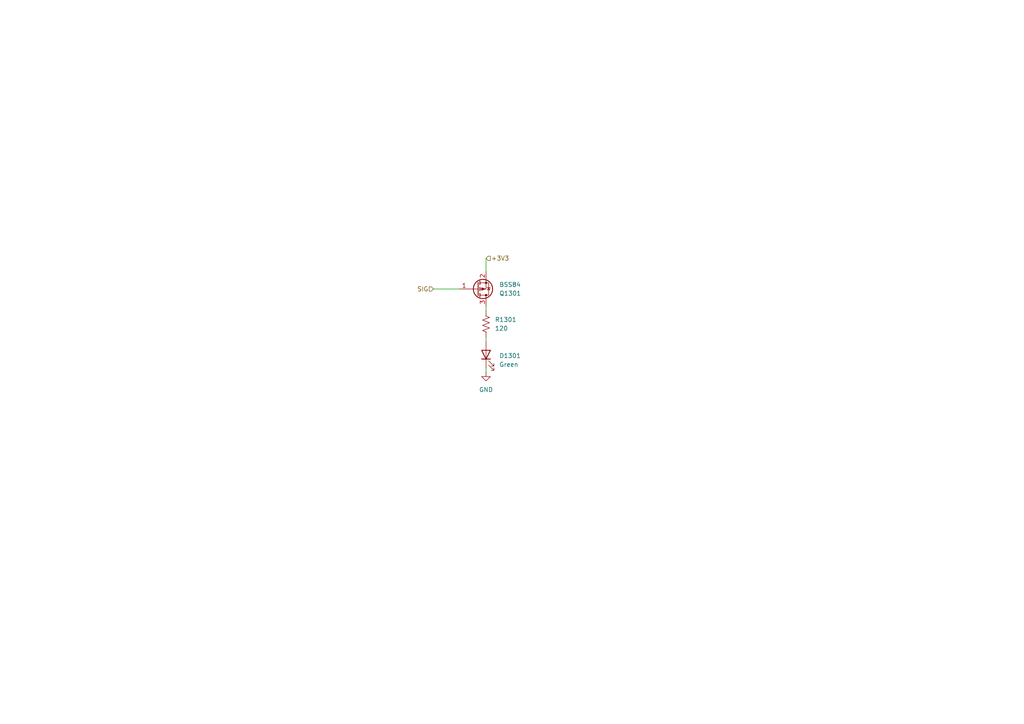
<source format=kicad_sch>
(kicad_sch (version 20250114) (generator "eeschema") (generator_version "9.0")
  (paper "A4")
  (lib_symbols
    (symbol "Transistor_FET:BSS84" (pin_names (hide yes))
      (property "Reference" "Q" (at 5.08 1.905 0))
      (property "Value" "BSS84" (at 5.08 0 0))
      (symbol "BSS84_0_1"
        (polyline (pts (xy 0.254 1.905) (xy 0.254 -1.905)) (stroke (width 0.254)))
        (polyline (pts (xy 0.254 0) (xy -2.54 0)))
        (polyline (pts (xy 0.762 2.286) (xy 0.762 1.27)) (stroke (width 0.254)))
        (polyline (pts (xy 0.762 1.778) (xy 3.302 1.778) (xy 3.302 -1.778) (xy 0.762 -1.778)))
        (polyline (pts (xy 0.762 0.508) (xy 0.762 -0.508)) (stroke (width 0.254)))
        (polyline (pts (xy 0.762 -1.27) (xy 0.762 -2.286)) (stroke (width 0.254)))
        (circle (center 1.651 0) (radius 2.794) (stroke (width 0.254)))
        (polyline (pts (xy 2.286 0) (xy 1.27 0.381) (xy 1.27 -0.381) (xy 2.286 0)) (fill (type outline)))
        (polyline (pts (xy 2.54 2.54) (xy 2.54 1.778)))
        (circle (center 2.54 1.778) (radius 0.254) (fill (type outline)))
        (circle (center 2.54 -1.778) (radius 0.254) (fill (type outline)))
        (polyline (pts (xy 2.54 -2.54) (xy 2.54 0) (xy 0.762 0)))
        (polyline (pts (xy 2.794 -0.508) (xy 2.921 -0.381) (xy 3.683 -0.381) (xy 3.81 -0.254)))
        (polyline (pts (xy 3.302 -0.381) (xy 2.921 0.254) (xy 3.683 0.254) (xy 3.302 -0.381)))
      )
      (symbol "BSS84_1_1"
        (pin input line (at -5.08 0 0) (length 2.54) (name "G") (number "1"))
        (pin passive line (at 2.54 5.08 270) (length 2.54) (name "D") (number "3"))
        (pin passive line (at 2.54 -5.08 90) (length 2.54) (name "S") (number "2"))
      )
    )
    (symbol "bfr_diodes:KT-0805G" (pin_numbers (hide yes)) (pin_names (offset 1.016) (hide yes)) (exclude_from_sim yes)
      (property "Reference" "D" (at 0 2.54 0))
      (property "Value" "Green" (at 0 -2.54 0))
      (symbol "KT-0805G_0_1"
        (polyline (pts (xy -3.048 -0.762) (xy -4.572 -2.286) (xy -3.81 -2.286) (xy -4.572 -2.286) (xy -4.572 -1.524)))
        (polyline (pts (xy -1.778 -0.762) (xy -3.302 -2.286) (xy -2.54 -2.286) (xy -3.302 -2.286) (xy -3.302 -1.524)))
        (polyline (pts (xy -1.27 0) (xy 1.27 0)))
        (polyline (pts (xy -1.27 -1.27) (xy -1.27 1.27)) (stroke (width 0.254)))
        (polyline (pts (xy 1.27 -1.27) (xy 1.27 1.27) (xy -1.27 0) (xy 1.27 -1.27)) (stroke (width 0.254)))
      )
      (symbol "KT-0805G_1_1"
        (pin passive line (at -3.81 0 0) (length 2.54) (name "K") (number "1"))
        (pin passive line (at 3.81 0 180) (length 2.54) (name "A") (number "2"))
      )
    )
    (symbol "bfr_resistors:RMCF0603FT120R" (pin_numbers (hide yes))
      (property "Reference" "R" (at 0 2.54 0))
      (property "Value" "120" (at 1.27 2.54 0))
      (symbol "RMCF0603FT120R_0_1"
        (polyline (pts (xy -2.286 0) (xy -2.54 0)))
        (polyline (pts (xy -2.286 0) (xy -1.905 1.016) (xy -1.524 0) (xy -1.143 -1.016) (xy -0.762 0)))
        (polyline (pts (xy -0.762 0) (xy -0.381 1.016) (xy 0 0) (xy 0.381 -1.016) (xy 0.762 0)))
        (polyline (pts (xy 0.762 0) (xy 1.143 1.016) (xy 1.524 0) (xy 1.905 -1.016) (xy 2.286 0)))
        (polyline (pts (xy 2.286 0) (xy 2.54 0)))
      )
      (symbol "RMCF0603FT120R_1_1"
        (pin passive line (at -3.81 0 0) (length 1.27) (name "~") (number "1"))
        (pin passive line (at 3.81 0 180) (length 1.27) (name "~") (number "2"))
      )
    )
    (symbol "power:GND" (power) (pin_numbers (hide yes)) (pin_names (offset 0) (hide yes))
      (property "Value" "GND" (at 0 -3.81 0))
      (symbol "GND_0_1"
        (polyline (pts (xy 0 0) (xy 0 -1.27) (xy 1.27 -1.27) (xy 0 -2.54) (xy -1.27 -1.27) (xy 0 -1.27)))
      )
      (symbol "GND_1_1"
        (pin power_in line (at 0 0 270) (length 0) (name "~") (number "1"))
      )
    )
  )
  (wire (pts (xy 125.73 83.82) (xy 133.35 83.82)))
  (wire (pts (xy 140.97 74.93) (xy 140.97 78.74)))
  (wire (pts (xy 140.97 90.17) (xy 140.97 88.9)))
  (wire (pts (xy 140.97 97.79) (xy 140.97 99.06)))
  (wire (pts (xy 140.97 106.68) (xy 140.97 107.95)))
  (hierarchical_label "SIG" (shape input) (at 125.73 83.82 180))
  (hierarchical_label "+3V3" (shape input) (at 140.97 74.93 0))
  (symbol (lib_id "bfr_resistors:RMCF0603FT120R") (at 140.97 93.98 90) (unit 1)
    (property "Reference" "R1301" (at 143.51 92.7099 90) (effects (justify right)))
    (property "Value" "120" (at 143.51 95.2499 90) (effects (justify right)))
    (property "Footprint" "Resistor_SMD:R_0603_1608Metric_Pad0.98x0.95mm_HandSolder" (effects (hide yes)))
    (property "Datasheet" "https://www.seielect.com/catalog/sei-rmcf_rmcp.pdf" (effects (hide yes)))
    (property "Description" "120Ω 0603 JLCPCB Basic Resistor" (effects (hide yes)))
    (property "Sim.Device" "SUBCKT" (effects (hide yes)))
    (property "Sim.Pins" "1=P1 2=P2" (effects (hide yes)))
    (property "Sim.Library" "${BFRUH_DIR}/Electronics/spice_models/bfr_resistors/RMCF0603FT120R.lib" (effects (hide yes)))
    (property "Sim.Name" "RMCF0603FT120R" (effects (hide yes)))
    (property "Pretty Name" "120Ω 0603 Resistor" (effects (hide yes)))
    (property "Order From" "LCSC" (effects (hide yes)))
    (property "Digikey P/N" "RMCF0603FT120RCT-ND" (effects (hide yes)))
    (property "Mouser P/N" "708-RMCF0603FT120R" (effects (hide yes)))
    (property "JLCPCB Basic Part" "Yes" (effects (hide yes)))
    (property "Created by" "resistor_generator.py script using e24_resistor_bible_spec.txt" (effects (hide yes)))
    (property "LCSC Part #" "C22787" (effects (hide yes)))
  )
  (symbol (lib_id "bfr_diodes:KT-0805G") (at 140.97 102.87 90) (unit 1) (exclude_from_sim yes)
    (property "Reference" "D1301" (at 144.78 103.1874 90) (effects (justify right)))
    (property "Value" "Green" (at 144.78 105.7274 90) (effects (justify right)))
    (property "Footprint" "Diode_SMD:D_0805_2012Metric_Pad1.15x1.40mm_HandSolder" (effects (hide yes)))
    (property "Datasheet" "https://www.lcsc.com/datasheet/lcsc_datasheet_1806151129_Hubei-KENTO-Elec-KT-0805Y_C2296.pdf" (effects (hide yes)))
    (property "Description" "20mA 2.85V Green 0805 JLCPCB Basic LED" (effects (hide yes)))
    (property "Order From" "LCSC" (effects (hide yes)))
    (property "Digikey P/N" "846-SMLMN2ECTT86CCT-ND" (effects (hide yes)))
    (property "Mouser P/N" "755-SMLMN2ECTT86C" (effects (hide yes)))
    (property "LCSC P/N" "C2297" (effects (hide yes)))
    (property "JLCPCB Basic Part" "Yes" (effects (hide yes)))
    (property "Created by" "Manual entry" (effects (hide yes)))
    (property "Pretty Name" "Green 0805 LED" (effects (hide yes)))
  )
  (symbol (lib_id "power:GND") (at 140.97 107.95 0) (unit 1)
    (property "Reference" "#PWR01301" (effects (hide yes)))
    (property "Value" "GND" (at 140.97 113.03 0))
    (property "Description" "Power symbol creates a global label with name \"GND\" , ground" (effects (hide yes)))
  )
  (symbol (lib_id "Transistor_FET:BSS84") (at 138.43 83.82 0) (mirror x) (unit 1)
    (property "Reference" "Q1301" (at 144.78 85.0901 0) (effects (justify left)))
    (property "Value" "BSS84" (at 144.78 82.5501 0) (effects (justify left)))
    (property "Footprint" "Package_TO_SOT_SMD:SOT-23" (effects (hide yes)))
    (property "Datasheet" "http://assets.nexperia.com/documents/data-sheet/BSS84.pdf" (effects (hide yes)))
    (property "Description" "-0.13A Id, -50V Vds, P-Channel MOSFET, SOT-23" (effects (hide yes)))
  )
)
</source>
